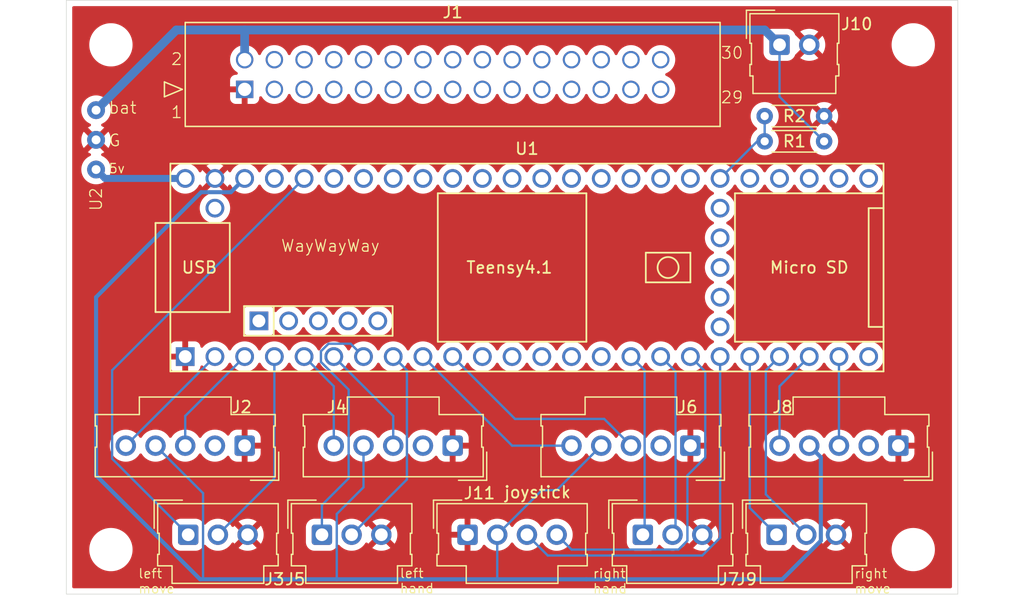
<source format=kicad_pcb>
(kicad_pcb (version 20240108) (generator "pcbnew") (generator_version "8.0")
  (layers (0 "F.Cu" signal) (31 "B.Cu" signal) (34 "B.Paste" user) (35 "F.Paste" user) (36 "B.SilkS" user "B.Silkscreen") (37 "F.SilkS" user "F.Silkscreen") (38 "B.Mask" user) (39 "F.Mask" user) (44 "Edge.Cuts" user))
  (net 0 "")
  (net 9 "Net-(J11-Pin_4)")
  (net 18 "Net-(J11-Pin_3)")
  (net 21 "Net-(U1-38_CS1_IN1)")
  (net 31 "Net-(U1-VIN)")
  (net 36 "3.3v_encoder")
  (net 66 "GND")
  (net 67 "Net-(J2-Pin_3)")
  (net 68 "Net-(J3-Pin_1)")
  (net 69 "Net-(J3-Pin_2)")
  (net 70 "Net-(J4-Pin_3)")
  (net 71 "Net-(J5-Pin_2)")
  (net 72 "Net-(J5-Pin_1)")
  (net 73 "Net-(J6-Pin_3)")
  (net 74 "Net-(J7-Pin_2)")
  (net 75 "Net-(J7-Pin_1)")
  (net 76 "Net-(J8-Pin_3)")
  (net 77 "Net-(J9-Pin_2)")
  (net 78 "Net-(J9-Pin_1)")
  (net 83 "Net-(J2-Pin_5)")
  (net 84 "Net-(J4-Pin_5)")
  (net 86 "Net-(J6-Pin_5)")
  (net 88 "Net-(J8-Pin_5)")
  (net 90 "vbat")
  (footprint "projlib:Molex_SL_171971-0003_1x03_P2.54mm_Vertical" (layer "F.Cu") (at 112.014 96.52)
    (property "Reference" "J3" (at 7.366 3.81 0) (layer "F.SilkS"))
    (property "Value" "molex3P")
    (fp_line (start -2.91 -2.96) (end -0.5 -2.96) (stroke (width 0.12)) (layer "F.SilkS"))
    (fp_line (start -2.91 -0.55) (end -2.91 -2.96) (stroke (width 0.12)) (layer "F.SilkS"))
    (fp_line (start -2.61 -2.66) (end -2.61 -0.13) (stroke (width 0.12)) (layer "F.SilkS"))
    (fp_line (start -2.61 -0.13) (end -2.48 -0.13) (stroke (width 0.12)) (layer "F.SilkS"))
    (fp_line (start -2.61 1.68) (end -2.61 2.66) (stroke (width 0.12)) (layer "F.SilkS"))
    (fp_line (start -2.61 2.66) (end -1.38 2.66) (stroke (width 0.12)) (layer "F.SilkS"))
    (fp_line (start -2.48 -0.13) (end -2.48 1.68) (stroke (width 0.12)) (layer "F.SilkS"))
    (fp_line (start -2.48 1.68) (end -2.61 1.68) (stroke (width 0.12)) (layer "F.SilkS"))
    (fp_line (start -1.38 2.66) (end -1.38 4.16) (stroke (width 0.12)) (layer "F.SilkS"))
    (fp_line (start -1.38 4.16) (end 6.46 4.16) (stroke (width 0.12)) (layer "F.SilkS"))
    (fp_line (start 6.46 2.66) (end 7.69 2.66) (stroke (width 0.12)) (layer "F.SilkS"))
    (fp_line (start 6.46 4.16) (end 6.46 2.66) (stroke (width 0.12)) (layer "F.SilkS"))
    (fp_line (start 7.56 -0.13) (end 7.69 -0.13) (stroke (width 0.12)) (layer "F.SilkS"))
    (fp_line (start 7.56 1.68) (end 7.56 -0.13) (stroke (width 0.12)) (layer "F.SilkS"))
    (fp_line (start 7.69 -2.66) (end -2.61 -2.66) (stroke (width 0.12)) (layer "F.SilkS"))
    (fp_line (start 7.69 -0.13) (end 7.69 -2.66) (stroke (width 0.12)) (layer "F.SilkS"))
    (fp_line (start 7.69 1.68) (end 7.56 1.68) (stroke (width 0.12)) (layer "F.SilkS"))
    (fp_line (start 7.69 2.66) (end 7.69 1.68) (stroke (width 0.12)) (layer "F.SilkS"))
    (pad "1" thru_hole roundrect (at 0 0) (size 1.74 1.74) (drill 1.09) (layers "*.Cu" "*.Mask") (roundrect_rratio 0.143678) (net 68 "Net-(J3-Pin_1)"))
    (pad "2" thru_hole circle (at 2.54 0) (size 1.74 1.74) (drill 1.09) (layers "*.Cu" "*.Mask") (net 69 "Net-(J3-Pin_2)"))
    (pad "3" thru_hole circle (at 5.08 0) (size 1.74 1.74) (drill 1.09) (layers "*.Cu" "*.Mask") (net 66 "GND"))
  )
  (footprint "projlib:pololu4085" (layer "F.Cu") (at 105.41 67.183 90)
    (property "Reference" "U2" (at -0.635 -1.27 90) (layer "F.SilkS") (effects (font (thickness 0.1))))
    (property "Value" "~")
    (fp_text user "bat" (at 6.604 -0.254 0) (layer "F.SilkS") (effects (font (thickness 0.1)) (justify left bottom)))
    (fp_text user "G" (at 3.81 -0.254 0) (layer "F.SilkS") (effects (font (thickness 0.1)) (justify left bottom)))
    (fp_text user "5v" (at 1.524 -0.254 0) (layer "F.SilkS") (effects (font (size 0.8 0.8) (thickness 0.1)) (justify left bottom)))
    (pad "1" thru_hole circle (at 1.905 -1.27 90) (size 1.524 1.524) (drill 0.762) (layers "*.Cu" "*.Mask") (net 31 "Net-(U1-VIN)"))
    (pad "2" thru_hole circle (at 4.445 -1.27 90) (size 1.524 1.524) (drill 0.762) (layers "*.Cu" "*.Mask") (net 66 "GND"))
    (pad "3" thru_hole circle (at 6.985 -1.27 90) (size 1.524 1.524) (drill 0.762) (layers "*.Cu" "*.Mask") (net 90 "vbat"))
  )
  (footprint "Resistor_THT:R_Axial_DIN0204_L3.6mm_D1.6mm_P5.08mm_Horizontal" (layer "F.Cu") (at 166.37 62.865 180)
    (property "Reference" "R1" (at 2.54 0 360) (layer "F.SilkS"))
    (property "Value" "R")
    (fp_line (start 0.62 0.92) (end 4.46 0.92) (stroke (width 0.12)) (layer "F.SilkS"))
    (fp_line (start 0.62 -0.92) (end 4.46 -0.92) (stroke (width 0.12)) (layer "F.SilkS"))
    (pad "1" thru_hole circle (at 0 0 180) (size 1.4 1.4) (drill 0.7) (layers "*.Cu" "*.Mask") (net 90 "vbat"))
    (pad "2" thru_hole oval (at 5.08 0 180) (size 1.4 1.4) (drill 0.7) (layers "*.Cu" "*.Mask") (net 21 "Net-(U1-38_CS1_IN1)"))
  )
  (footprint "projlib:Molex_SL_171971-0005_1x05_P2.54mm_Vertical" (layer "F.Cu") (at 116.84 88.9 180)
    (property "Reference" "J2" (at 0.254 3.302 0) (layer "F.SilkS"))
    (property "Value" "molex5P")
    (fp_line (start 12.77 2.66) (end 12.77 1.68) (stroke (width 0.12)) (layer "F.SilkS"))
    (fp_line (start 12.77 1.68) (end 12.64 1.68) (stroke (width 0.12)) (layer "F.SilkS"))
    (fp_line (start 12.77 -0.13) (end 12.77 -2.66) (stroke (width 0.12)) (layer "F.SilkS"))
    (fp_line (start 12.77 -2.66) (end -2.61 -2.66) (stroke (width 0.12)) (layer "F.SilkS"))
    (fp_line (start 12.64 1.68) (end 12.64 -0.13) (stroke (width 0.12)) (layer "F.SilkS"))
    (fp_line (start 12.64 -0.13) (end 12.77 -0.13) (stroke (width 0.12)) (layer "F.SilkS"))
    (fp_line (start 9 4.16) (end 9 2.66) (stroke (width 0.12)) (layer "F.SilkS"))
    (fp_line (start 9 2.66) (end 12.77 2.66) (stroke (width 0.12)) (layer "F.SilkS"))
    (fp_line (start 1.16 4.16) (end 9 4.16) (stroke (width 0.12)) (layer "F.SilkS"))
    (fp_line (start 1.16 2.66) (end 1.16 4.16) (stroke (width 0.12)) (layer "F.SilkS"))
    (fp_line (start -2.48 1.68) (end -2.61 1.68) (stroke (width 0.12)) (layer "F.SilkS"))
    (fp_line (start -2.48 -0.13) (end -2.48 1.68) (stroke (width 0.12)) (layer "F.SilkS"))
    (fp_line (start -2.61 2.66) (end 1.16 2.66) (stroke (width 0.12)) (layer "F.SilkS"))
    (fp_line (start -2.61 1.68) (end -2.61 2.66) (stroke (width 0.12)) (layer "F.SilkS"))
    (fp_line (start -2.61 -0.13) (end -2.48 -0.13) (stroke (width 0.12)) (layer "F.SilkS"))
    (fp_line (start -2.61 -2.66) (end -2.61 -0.13) (stroke (width 0.12)) (layer "F.SilkS"))
    (fp_line (start -2.91 -0.55) (end -2.91 -2.96) (stroke (width 0.12)) (layer "F.SilkS"))
    (fp_line (start -2.91 -2.96) (end -0.5 -2.96) (stroke (width 0.12)) (layer "F.SilkS"))
    (pad "1" thru_hole roundrect (at 0 0 180) (size 1.74 1.74) (drill 1.09) (layers "*.Cu" "*.Mask") (roundrect_rratio 0.143678) (net 66 "GND"))
    (pad "2" thru_hole circle (at 2.54 0 180) (size 1.74 1.74) (drill 1.09) (layers "*.Cu" "*.Mask"))
    (pad "3" thru_hole circle (at 5.08 0 180) (size 1.74 1.74) (drill 1.09) (layers "*.Cu" "*.Mask") (net 67 "Net-(J2-Pin_3)"))
    (pad "4" thru_hole circle (at 7.62 0 180) (size 1.74 1.74) (drill 1.09) (layers "*.Cu" "*.Mask") (net 36 "3.3v_encoder"))
    (pad "5" thru_hole circle (at 10.16 0 180) (size 1.74 1.74) (drill 1.09) (layers "*.Cu" "*.Mask") (net 83 "Net-(J2-Pin_5)"))
  )
  (footprint "projlib:Molex_SL_171971-0002_1x02_P2.54mm_Vertical" (layer "F.Cu") (at 162.56 54.61)
    (property "Reference" "J10" (at 6.604 -1.778 0) (layer "F.SilkS"))
    (property "Value" "molex_01x02")
    (fp_line (start -2.83 -2.96) (end -0.42 -2.96) (stroke (width 0.12)) (layer "F.SilkS"))
    (fp_line (start -2.83 -0.55) (end -2.83 -2.96) (stroke (width 0.12)) (layer "F.SilkS"))
    (fp_line (start -2.53 -2.66) (end -2.53 -0.13) (stroke (width 0.12)) (layer "F.SilkS"))
    (fp_line (start -2.53 -0.13) (end -2.4 -0.13) (stroke (width 0.12)) (layer "F.SilkS"))
    (fp_line (start -2.53 1.68) (end -2.53 2.66) (stroke (width 0.12)) (layer "F.SilkS"))
    (fp_line (start -2.53 2.66) (end -2.27 2.66) (stroke (width 0.12)) (layer "F.SilkS"))
    (fp_line (start -2.4 -0.13) (end -2.4 1.68) (stroke (width 0.12)) (layer "F.SilkS"))
    (fp_line (start -2.4 1.68) (end -2.53 1.68) (stroke (width 0.12)) (layer "F.SilkS"))
    (fp_line (start -2.27 2.66) (end -2.27 4.16) (stroke (width 0.12)) (layer "F.SilkS"))
    (fp_line (start -2.27 4.16) (end 4.81 4.16) (stroke (width 0.12)) (layer "F.SilkS"))
    (fp_line (start 4.81 2.66) (end 5.07 2.66) (stroke (width 0.12)) (layer "F.SilkS"))
    (fp_line (start 4.81 4.16) (end 4.81 2.66) (stroke (width 0.12)) (layer "F.SilkS"))
    (fp_line (start 4.94 -0.13) (end 5.07 -0.13) (stroke (width 0.12)) (layer "F.SilkS"))
    (fp_line (start 4.94 1.68) (end 4.94 -0.13) (stroke (width 0.12)) (layer "F.SilkS"))
    (fp_line (start 5.07 -2.66) (end -2.53 -2.66) (stroke (width 0.12)) (layer "F.SilkS"))
    (fp_line (start 5.07 -0.13) (end 5.07 -2.66) (stroke (width 0.12)) (layer "F.SilkS"))
    (fp_line (start 5.07 1.68) (end 4.94 1.68) (stroke (width 0.12)) (layer "F.SilkS"))
    (fp_line (start 5.07 2.66) (end 5.07 1.68) (stroke (width 0.12)) (layer "F.SilkS"))
    (pad "1" thru_hole roundrect (at 0 0) (size 1.74 1.74) (drill 1.09) (layers "*.Cu" "*.Mask") (roundrect_rratio 0.143678) (net 90 "vbat"))
    (pad "2" thru_hole circle (at 2.54 0) (size 1.74 1.74) (drill 1.09) (layers "*.Cu" "*.Mask") (net 66 "GND"))
  )
  (footprint "projlib:Molex_SL_171971-0004_1x04_P2.54mm_Vertical" (layer "F.Cu") (at 135.89 96.52)
    (property "Reference" "J11" (at 1.016 -3.556 0) (layer "F.SilkS"))
    (property "Value" "Conn_01x04")
    (fp_line (start -2.91 -2.96) (end -0.5 -2.96) (stroke (width 0.12)) (layer "F.SilkS"))
    (fp_line (start -2.91 -0.55) (end -2.91 -2.96) (stroke (width 0.12)) (layer "F.SilkS"))
    (fp_line (start -2.61 -2.66) (end -2.61 -0.13) (stroke (width 0.12)) (layer "F.SilkS"))
    (fp_line (start -2.61 -0.13) (end -2.48 -0.13) (stroke (width 0.12)) (layer "F.SilkS"))
    (fp_line (start -2.61 1.68) (end -2.61 2.66) (stroke (width 0.12)) (layer "F.SilkS"))
    (fp_line (start -2.61 2.66) (end -0.11 2.66) (stroke (width 0.12)) (layer "F.SilkS"))
    (fp_line (start -2.48 -0.13) (end -2.48 1.68) (stroke (width 0.12)) (layer "F.SilkS"))
    (fp_line (start -2.48 1.68) (end -2.61 1.68) (stroke (width 0.12)) (layer "F.SilkS"))
    (fp_line (start -0.11 2.66) (end -0.11 4.16) (stroke (width 0.12)) (layer "F.SilkS"))
    (fp_line (start -0.11 4.16) (end 7.73 4.16) (stroke (width 0.12)) (layer "F.SilkS"))
    (fp_line (start 7.73 2.66) (end 10.23 2.66) (stroke (width 0.12)) (layer "F.SilkS"))
    (fp_line (start 7.73 4.16) (end 7.73 2.66) (stroke (width 0.12)) (layer "F.SilkS"))
    (fp_line (start 10.1 -0.13) (end 10.23 -0.13) (stroke (width 0.12)) (layer "F.SilkS"))
    (fp_line (start 10.1 1.68) (end 10.1 -0.13) (stroke (width 0.12)) (layer "F.SilkS"))
    (fp_line (start 10.23 -2.66) (end -2.61 -2.66) (stroke (width 0.12)) (layer "F.SilkS"))
    (fp_line (start 10.23 -0.13) (end 10.23 -2.66) (stroke (width 0.12)) (layer "F.SilkS"))
    (fp_line (start 10.23 1.68) (end 10.1 1.68) (stroke (width 0.12)) (layer "F.SilkS"))
    (fp_line (start 10.23 2.66) (end 10.23 1.68) (stroke (width 0.12)) (layer "F.SilkS"))
    (pad "1" thru_hole roundrect (at 0 0) (size 1.74 1.74) (drill 1.09) (layers "*.Cu" "*.Mask") (roundrect_rratio 0.143678) (net 66 "GND"))
    (pad "2" thru_hole circle (at 2.54 0) (size 1.74 1.74) (drill 1.09) (layers "*.Cu" "*.Mask") (net 36 "3.3v_encoder"))
    (pad "3" thru_hole circle (at 5.08 0) (size 1.74 1.74) (drill 1.09) (layers "*.Cu" "*.Mask") (net 18 "Net-(J11-Pin_3)"))
    (pad "4" thru_hole circle (at 7.62 0) (size 1.74 1.74) (drill 1.09) (layers "*.Cu" "*.Mask") (net 9 "Net-(J11-Pin_4)"))
  )
  (footprint "projlib:Molex_SL_171971-0003_1x03_P2.54mm_Vertical" (layer "F.Cu") (at 162.306 96.52)
    (property "Reference" "J9" (at -2.54 3.81 0) (layer "F.SilkS"))
    (property "Value" "molex3P")
    (fp_line (start -2.91 -2.96) (end -0.5 -2.96) (stroke (width 0.12)) (layer "F.SilkS"))
    (fp_line (start -2.91 -0.55) (end -2.91 -2.96) (stroke (width 0.12)) (layer "F.SilkS"))
    (fp_line (start -2.61 -2.66) (end -2.61 -0.13) (stroke (width 0.12)) (layer "F.SilkS"))
    (fp_line (start -2.61 -0.13) (end -2.48 -0.13) (stroke (width 0.12)) (layer "F.SilkS"))
    (fp_line (start -2.61 1.68) (end -2.61 2.66) (stroke (width 0.12)) (layer "F.SilkS"))
    (fp_line (start -2.61 2.66) (end -1.38 2.66) (stroke (width 0.12)) (layer "F.SilkS"))
    (fp_line (start -2.48 -0.13) (end -2.48 1.68) (stroke (width 0.12)) (layer "F.SilkS"))
    (fp_line (start -2.48 1.68) (end -2.61 1.68) (stroke (width 0.12)) (layer "F.SilkS"))
    (fp_line (start -1.38 2.66) (end -1.38 4.16) (stroke (width 0.12)) (layer "F.SilkS"))
    (fp_line (start -1.38 4.16) (end 6.46 4.16) (stroke (width 0.12)) (layer "F.SilkS"))
    (fp_line (start 6.46 2.66) (end 7.69 2.66) (stroke (width 0.12)) (layer "F.SilkS"))
    (fp_line (start 6.46 4.16) (end 6.46 2.66) (stroke (width 0.12)) (layer "F.SilkS"))
    (fp_line (start 7.56 -0.13) (end 7.69 -0.13) (stroke (width 0.12)) (layer "F.SilkS"))
    (fp_line (start 7.56 1.68) (end 7.56 -0.13) (stroke (width 0.12)) (layer "F.SilkS"))
    (fp_line (start 7.69 -2.66) (end -2.61 -2.66) (stroke (width 0.12)) (layer "F.SilkS"))
    (fp_line (start 7.69 -0.13) (end 7.69 -2.66) (stroke (width 0.12)) (layer "F.SilkS"))
    (fp_line (start 7.69 1.68) (end 7.56 1.68) (stroke (width 0.12)) (layer "F.SilkS"))
    (fp_line (start 7.69 2.66) (end 7.69 1.68) (stroke (width 0.12)) (layer "F.SilkS"))
    (pad "1" thru_hole roundrect (at 0 0) (size 1.74 1.74) (drill 1.09) (layers "*.Cu" "*.Mask") (roundrect_rratio 0.143678) (net 78 "Net-(J9-Pin_1)"))
    (pad "2" thru_hole circle (at 2.54 0) (size 1.74 1.74) (drill 1.09) (layers "*.Cu" "*.Mask") (net 77 "Net-(J9-Pin_2)"))
    (pad "3" thru_hole circle (at 5.08 0) (size 1.74 1.74) (drill 1.09) (layers "*.Cu" "*.Mask") (net 66 "GND"))
  )
  (footprint "MountingHole:MountingHole_3.2mm_M3" (layer "F.Cu") (at 173.99 54.61)
    (property "Reference" "REF**" (hide yes))
    (property "Value" "MountingHole_3.2mm_M3")
    (pad "" np_thru_hole circle (at 0 0) (size 3.2 3.2) (drill 3.2) (layers "F&B.Cu" "*.Mask"))
  )
  (footprint "projlib:Molex_SL_171971-0003_1x03_P2.54mm_Vertical" (layer "F.Cu") (at 150.876 96.52)
    (property "Reference" "J7" (at 7.366 3.81 0) (layer "F.SilkS"))
    (property "Value" "molex3P")
    (fp_line (start -2.91 -2.96) (end -0.5 -2.96) (stroke (width 0.12)) (layer "F.SilkS"))
    (fp_line (start -2.91 -0.55) (end -2.91 -2.96) (stroke (width 0.12)) (layer "F.SilkS"))
    (fp_line (start -2.61 -2.66) (end -2.61 -0.13) (stroke (width 0.12)) (layer "F.SilkS"))
    (fp_line (start -2.61 -0.13) (end -2.48 -0.13) (stroke (width 0.12)) (layer "F.SilkS"))
    (fp_line (start -2.61 1.68) (end -2.61 2.66) (stroke (width 0.12)) (layer "F.SilkS"))
    (fp_line (start -2.61 2.66) (end -1.38 2.66) (stroke (width 0.12)) (layer "F.SilkS"))
    (fp_line (start -2.48 -0.13) (end -2.48 1.68) (stroke (width 0.12)) (layer "F.SilkS"))
    (fp_line (start -2.48 1.68) (end -2.61 1.68) (stroke (width 0.12)) (layer "F.SilkS"))
    (fp_line (start -1.38 2.66) (end -1.38 4.16) (stroke (width 0.12)) (layer "F.SilkS"))
    (fp_line (start -1.38 4.16) (end 6.46 4.16) (stroke (width 0.12)) (layer "F.SilkS"))
    (fp_line (start 6.46 2.66) (end 7.69 2.66) (stroke (width 0.12)) (layer "F.SilkS"))
    (fp_line (start 6.46 4.16) (end 6.46 2.66) (stroke (width 0.12)) (layer "F.SilkS"))
    (fp_line (start 7.56 -0.13) (end 7.69 -0.13) (stroke (width 0.12)) (layer "F.SilkS"))
    (fp_line (start 7.56 1.68) (end 7.56 -0.13) (stroke (width 0.12)) (layer "F.SilkS"))
    (fp_line (start 7.69 -2.66) (end -2.61 -2.66) (stroke (width 0.12)) (layer "F.SilkS"))
    (fp_line (start 7.69 -0.13) (end 7.69 -2.66) (stroke (width 0.12)) (layer "F.SilkS"))
    (fp_line (start 7.69 1.68) (end 7.56 1.68) (stroke (width 0.12)) (layer "F.SilkS"))
    (fp_line (start 7.69 2.66) (end 7.69 1.68) (stroke (width 0.12)) (layer "F.SilkS"))
    (pad "1" thru_hole roundrect (at 0 0) (size 1.74 1.74) (drill 1.09) (layers "*.Cu" "*.Mask") (roundrect_rratio 0.143678) (net 75 "Net-(J7-Pin_1)"))
    (pad "2" thru_hole circle (at 2.54 0) (size 1.74 1.74) (drill 1.09) (layers "*.Cu" "*.Mask") (net 74 "Net-(J7-Pin_2)"))
    (pad "3" thru_hole circle (at 5.08 0) (size 1.74 1.74) (drill 1.09) (layers "*.Cu" "*.Mask") (net 66 "GND"))
  )
  (footprint "MountingHole:MountingHole_3.2mm_M3" (layer "F.Cu") (at 105.41 54.61)
    (property "Reference" "REF**" (hide yes))
    (property "Value" "MountingHole_3.2mm_M3")
    (pad "" np_thru_hole circle (at 0 0) (size 3.2 3.2) (drill 3.2) (layers "*.Cu" "*.Mask"))
  )
  (footprint "Resistor_THT:R_Axial_DIN0204_L3.6mm_D1.6mm_P5.08mm_Horizontal" (layer "F.Cu") (at 166.37 60.706 180)
    (property "Reference" "R2" (at 2.54 0 360) (layer "F.SilkS"))
    (property "Value" "R")
    (fp_line (start 0.62 0.92) (end 4.46 0.92) (stroke (width 0.12)) (layer "F.SilkS"))
    (fp_line (start 0.62 -0.92) (end 4.46 -0.92) (stroke (width 0.12)) (layer "F.SilkS"))
    (pad "1" thru_hole circle (at 0 0 180) (size 1.4 1.4) (drill 0.7) (layers "*.Cu" "*.Mask") (net 66 "GND"))
    (pad "2" thru_hole oval (at 5.08 0 180) (size 1.4 1.4) (drill 0.7) (layers "*.Cu" "*.Mask") (net 21 "Net-(U1-38_CS1_IN1)"))
  )
  (footprint "projlib:Molex_SL_171971-0005_1x05_P2.54mm_Vertical" (layer "F.Cu") (at 172.72 88.9 180)
    (property "Reference" "J8" (at 9.906 3.302 0) (layer "F.SilkS"))
    (property "Value" "molex5P")
    (fp_line (start 12.77 2.66) (end 12.77 1.68) (stroke (width 0.12)) (layer "F.SilkS"))
    (fp_line (start 12.77 1.68) (end 12.64 1.68) (stroke (width 0.12)) (layer "F.SilkS"))
    (fp_line (start 12.77 -0.13) (end 12.77 -2.66) (stroke (width 0.12)) (layer "F.SilkS"))
    (fp_line (start 12.77 -2.66) (end -2.61 -2.66) (stroke (width 0.12)) (layer "F.SilkS"))
    (fp_line (start 12.64 1.68) (end 12.64 -0.13) (stroke (width 0.12)) (layer "F.SilkS"))
    (fp_line (start 12.64 -0.13) (end 12.77 -0.13) (stroke (width 0.12)) (layer "F.SilkS"))
    (fp_line (start 9 4.16) (end 9 2.66) (stroke (width 0.12)) (layer "F.SilkS"))
    (fp_line (start 9 2.66) (end 12.77 2.66) (stroke (width 0.12)) (layer "F.SilkS"))
    (fp_line (start 1.16 4.16) (end 9 4.16) (stroke (width 0.12)) (layer "F.SilkS"))
    (fp_line (start 1.16 2.66) (end 1.16 4.16) (stroke (width 0.12)) (layer "F.SilkS"))
    (fp_line (start -2.48 1.68) (end -2.61 1.68) (stroke (width 0.12)) (layer "F.SilkS"))
    (fp_line (start -2.48 -0.13) (end -2.48 1.68) (stroke (width 0.12)) (layer "F.SilkS"))
    (fp_line (start -2.61 2.66) (end 1.16 2.66) (stroke (width 0.12)) (layer "F.SilkS"))
    (fp_line (start -2.61 1.68) (end -2.61 2.66) (stroke (width 0.12)) (layer "F.SilkS"))
    (fp_line (start -2.61 -0.13) (end -2.48 -0.13) (stroke (width 0.12)) (layer "F.SilkS"))
    (fp_line (start -2.61 -2.66) (end -2.61 -0.13) (stroke (width 0.12)) (layer "F.SilkS"))
    (fp_line (start -2.91 -0.55) (end -2.91 -2.96) (stroke (width 0.12)) (layer "F.SilkS"))
    (fp_line (start -2.91 -2.96) (end -0.5 -2.96) (stroke (width 0.12)) (layer "F.SilkS"))
    (pad "1" thru_hole roundrect (at 0 0 180) (size 1.74 1.74) (drill 1.09) (layers "*.Cu" "*.Mask") (roundrect_rratio 0.143678) (net 66 "GND"))
    (pad "2" thru_hole circle (at 2.54 0 180) (size 1.74 1.74) (drill 1.09) (layers "*.Cu" "*.Mask"))
    (pad "3" thru_hole circle (at 5.08 0 180) (size 1.74 1.74) (drill 1.09) (layers "*.Cu" "*.Mask") (net 76 "Net-(J8-Pin_3)"))
    (pad "4" thru_hole circle (at 7.62 0 180) (size 1.74 1.74) (drill 1.09) (layers "*.Cu" "*.Mask") (net 36 "3.3v_encoder"))
    (pad "5" thru_hole circle (at 10.16 0 180) (size 1.74 1.74) (drill 1.09) (layers "*.Cu" "*.Mask") (net 88 "Net-(J8-Pin_5)"))
  )
  (footprint "projlib:Molex_SL_171971-0005_1x05_P2.54mm_Vertical" (layer "F.Cu") (at 134.62 88.9 180)
    (property "Reference" "J4" (at 9.906 3.302 0) (layer "F.SilkS"))
    (property "Value" "molex5P")
    (fp_line (start 12.77 2.66) (end 12.77 1.68) (stroke (width 0.12)) (layer "F.SilkS"))
    (fp_line (start 12.77 1.68) (end 12.64 1.68) (stroke (width 0.12)) (layer "F.SilkS"))
    (fp_line (start 12.77 -0.13) (end 12.77 -2.66) (stroke (width 0.12)) (layer "F.SilkS"))
    (fp_line (start 12.77 -2.66) (end -2.61 -2.66) (stroke (width 0.12)) (layer "F.SilkS"))
    (fp_line (start 12.64 1.68) (end 12.64 -0.13) (stroke (width 0.12)) (layer "F.SilkS"))
    (fp_line (start 12.64 -0.13) (end 12.77 -0.13) (stroke (width 0.12)) (layer "F.SilkS"))
    (fp_line (start 9 4.16) (end 9 2.66) (stroke (width 0.12)) (layer "F.SilkS"))
    (fp_line (start 9 2.66) (end 12.77 2.66) (stroke (width 0.12)) (layer "F.SilkS"))
    (fp_line (start 1.16 4.16) (end 9 4.16) (stroke (width 0.12)) (layer "F.SilkS"))
    (fp_line (start 1.16 2.66) (end 1.16 4.16) (stroke (width 0.12)) (layer "F.SilkS"))
    (fp_line (start -2.48 1.68) (end -2.61 1.68) (stroke (width 0.12)) (layer "F.SilkS"))
    (fp_line (start -2.48 -0.13) (end -2.48 1.68) (stroke (width 0.12)) (layer "F.SilkS"))
    (fp_line (start -2.61 2.66) (end 1.16 2.66) (stroke (width 0.12)) (layer "F.SilkS"))
    (fp_line (start -2.61 1.68) (end -2.61 2.66) (stroke (width 0.12)) (layer "F.SilkS"))
    (fp_line (start -2.61 -0.13) (end -2.48 -0.13) (stroke (width 0.12)) (layer "F.SilkS"))
    (fp_line (start -2.61 -2.66) (end -2.61 -0.13) (stroke (width 0.12)) (layer "F.SilkS"))
    (fp_line (start -2.91 -0.55) (end -2.91 -2.96) (stroke (width 0.12)) (layer "F.SilkS"))
    (fp_line (start -2.91 -2.96) (end -0.5 -2.96) (stroke (width 0.12)) (layer "F.SilkS"))
    (pad "1" thru_hole roundrect (at 0 0 180) (size 1.74 1.74) (drill 1.09) (layers "*.Cu" "*.Mask") (roundrect_rratio 0.143678) (net 66 "GND"))
    (pad "2" thru_hole circle (at 2.54 0 180) (size 1.74 1.74) (drill 1.09) (layers "*.Cu" "*.Mask"))
    (pad "3" thru_hole circle (at 5.08 0 180) (size 1.74 1.74) (drill 1.09) (layers "*.Cu" "*.Mask") (net 70 "Net-(J4-Pin_3)"))
    (pad "4" thru_hole circle (at 7.62 0 180) (size 1.74 1.74) (drill 1.09) (layers "*.Cu" "*.Mask") (net 36 "3.3v_encoder"))
    (pad "5" thru_hole circle (at 10.16 0 180) (size 1.74 1.74) (drill 1.09) (layers "*.Cu" "*.Mask") (net 84 "Net-(J4-Pin_5)"))
  )
  (footprint "projlib:CON_702463001_MOL_molex2x15" (layer "F.Cu") (at 116.84 58.42)
    (property "Reference" "J1" (at 17.78 -6.604 0) (layer "F.SilkS"))
    (property "Value" "Molex2x15" (hide yes))
    (fp_line (start -6.857949 -0.635) (end -6.857949 0.635) (stroke (width 0.127)) (layer "F.SilkS"))
    (fp_line (start -6.857949 0.635) (end -5.333949 0) (stroke (width 0.127)) (layer "F.SilkS"))
    (fp_line (start -5.333949 0) (end -6.857949 -0.635) (stroke (width 0.127)) (layer "F.SilkS"))
    (fp_line (start -5.079949 -5.720001) (end -5.079949 3.169999) (stroke (width 0.127)) (layer "F.SilkS"))
    (fp_line (start -5.079949 3.169999) (end 40.63995 3.169999) (stroke (width 0.127)) (layer "F.SilkS"))
    (fp_line (start 40.63995 -5.720001) (end -5.079949 -5.720001) (stroke (width 0.127)) (layer "F.SilkS"))
    (fp_line (start 40.63995 3.169999) (end 40.63995 -5.720001) (stroke (width 0.127)) (layer "F.SilkS"))
    (fp_text user "1" (at -6.35 2.54 0) (layer "F.SilkS") (effects (font (thickness 0.1)) (justify left bottom)))
    (fp_text user "2" (at -6.35 -2 0) (layer "F.SilkS") (effects (font (thickness 0.1)) (justify left bottom)))
    (fp_text user "30" (at 40.64 -2.54 0) (layer "F.SilkS") (effects (font (thickness 0.1)) (justify left bottom)))
    (fp_text user "29" (at 40.64 1.27 0) (layer "F.SilkS") (effects (font (thickness 0.1)) (justify left bottom)))
    (pad "1" thru_hole rect (at 0 0) (size 1.49 1.49) (drill 1.14) (layers "*.Cu" "*.Mask") (net 66 "GND"))
    (pad "2" thru_hole circle (at 0 -2.54) (size 1.49 1.49) (drill 1.14) (layers "*.Cu" "*.Mask") (net 90 "vbat"))
    (pad "3" thru_hole circle (at 2.54 0 90) (size 1.49 1.49) (drill 1.14) (layers "*.Cu" "*.Mask"))
    (pad "4" thru_hole circle (at 2.54 -2.54 90) (size 1.49 1.49) (drill 1.14) (layers "*.Cu" "*.Mask"))
    (pad "5" thru_hole circle (at 5.08 0 90) (size 1.49 1.49) (drill 1.14) (layers "*.Cu" "*.Mask"))
    (pad "6" thru_hole circle (at 5.08 -2.54 90) (size 1.49 1.49) (drill 1.14) (layers "*.Cu" "*.Mask"))
    (pad "7" thru_hole circle (at 7.62 0 90) (size 1.49 1.49) (drill 1.14) (layers "*.Cu" "*.Mask"))
    (pad "8" thru_hole circle (at 7.62 -2.54 90) (size 1.49 1.49) (drill 1.14) (layers "*.Cu" "*.Mask"))
    (pad "9" thru_hole circle (at 10.16 0 90) (size 1.49 1.49) (drill 1.14) (layers "*.Cu" "*.Mask"))
    (pad "10" thru_hole circle (at 10.16 -2.54 90) (size 1.49 1.49) (drill 1.14) (layers "*.Cu" "*.Mask"))
    (pad "11" thru_hole circle (at 12.7 0 90) (size 1.49 1.49) (drill 1.14) (layers "*.Cu" "*.Mask"))
    (pad "12" thru_hole circle (at 12.7 -2.54 90) (size 1.49 1.49) (drill 1.14) (layers "*.Cu" "*.Mask"))
    (pad "13" thru_hole circle (at 15.24 0 90) (size 1.49 1.49) (drill 1.14) (layers "*.Cu" "*.Mask"))
    (pad "14" thru_hole circle (at 15.24 -2.54 90) (size 1.49 1.49) (drill 1.14) (layers "*.Cu" "*.Mask"))
    (pad "15" thru_hole circle (at 17.78 0 90) (size 1.49 1.49) (drill 1.14) (layers "*.Cu" "*.Mask"))
    (pad "16" thru_hole circle (at 17.78 -2.54 90) (size 1.49 1.49) (drill 1.14) (layers "*.Cu" "*.Mask"))
    (pad "17" thru_hole circle (at 20.32 0 90) (size 1.49 1.49) (drill 1.14) (layers "*.Cu" "*.Mask"))
    (pad "18" thru_hole circle (at 20.32 -2.54 90) (size 1.49 1.49) (drill 1.14) (layers "*.Cu" "*.Mask"))
    (pad "19" thru_hole circle (at 22.86 0 90) (size 1.49 1.49) (drill 1.14) (layers "*.Cu" "*.Mask"))
    (pad "20" thru_hole circle (at 22.86 -2.54 90) (size 1.49 1.49) (drill 1.14) (layers "*.Cu" "*.Mask"))
    (pad "21" thru_hole circle (at 25.4 0 90) (size 1.49 1.49) (drill 1.14) (layers "*.Cu" "*.Mask"))
    (pad "22" thru_hole circle (at 25.4 -2.54 90) (size 1.49 1.49) (drill 1.14) (layers "*.Cu" "*.Mask"))
    (pad "23" thru_hole circle (at 27.94 0 90) (size 1.49 1.49) (drill 1.14) (layers "*.Cu" "*.Mask"))
    (pad "24" thru_hole circle (at 27.94 -2.54 90) (size 1.49 1.49) (drill 1.14) (layers "*.Cu" "*.Mask"))
    (pad "25" thru_hole circle (at 30.48 0 90) (size 1.49 1.49) (drill 1.14) (layers "*.Cu" "*.Mask"))
    (pad "26" thru_hole circle (at 30.48 -2.54 90) (size 1.49 1.49) (drill 1.14) (layers "*.Cu" "*.Mask"))
    (pad "27" thru_hole circle (at 33.02 0 90) (size 1.49 1.49) (drill 1.14) (layers "*.Cu" "*.Mask"))
    (pad "28" thru_hole circle (at 33.02 -2.54 90) (size 1.49 1.49) (drill 1.14) (layers "*.Cu" "*.Mask"))
    (pad "29" thru_hole circle (at 35.56 0 90) (size 1.49 1.49) (drill 1.14) (layers "*.Cu" "*.Mask"))
    (pad "30" thru_hole circle (at 35.56 -2.54 90) (size 1.49 1.49) (drill 1.14) (layers "*.Cu" "*.Mask"))
  )
  (footprint "MountingHole:MountingHole_3.2mm_M3" (layer "F.Cu") (at 173.99 97.79)
    (property "Reference" "REF**" (hide yes))
    (property "Value" "MountingHole_3.2mm_M3")
    (pad "" np_thru_hole circle (at 0 0) (size 3.2 3.2) (drill 3.2) (layers "F&B.Cu" "*.Mask"))
  )
  (footprint "projlib:Teensy41" (layer "F.Cu") (at 140.97 73.66)
    (property "Reference" "U1" (at 0 -10.16 0) (layer "F.SilkS"))
    (property "Value" "Teensy4.1" (at -1.5 0 0) (layer "F.SilkS"))
    (fp_line (start -31.75 -3.81) (end -30.48 -3.81) (stroke (width 0.15)) (layer "F.SilkS"))
    (fp_line (start -31.75 3.81) (end -31.75 -3.81) (stroke (width 0.15)) (layer "F.SilkS"))
    (fp_line (start -30.48 -8.89) (end 30.48 -8.89) (stroke (width 0.15)) (layer "F.SilkS"))
    (fp_line (start -30.48 3.81) (end -31.75 3.81) (stroke (width 0.15)) (layer "F.SilkS"))
    (fp_line (start -30.48 8.89) (end -30.48 -8.89) (stroke (width 0.15)) (layer "F.SilkS"))
    (fp_line (start -25.4 -3.81) (end -30.48 -3.81) (stroke (width 0.15)) (layer "F.SilkS"))
    (fp_line (start -25.4 3.81) (end -30.48 3.81) (stroke (width 0.15)) (layer "F.SilkS"))
    (fp_line (start -25.4 3.81) (end -25.4 -3.81) (stroke (width 0.15)) (layer "F.SilkS"))
    (fp_line (start -24.1808 3.2992) (end -21.6408 3.2992) (stroke (width 0.15)) (layer "F.SilkS"))
    (fp_line (start -24.1808 3.2992) (end -11.4808 3.2992) (stroke (width 0.15)) (layer "F.SilkS"))
    (fp_line (start -24.1808 5.8392) (end -24.1808 3.2992) (stroke (width 0.15)) (layer "F.SilkS"))
    (fp_line (start -21.6408 3.2992) (end -21.6408 5.8392) (stroke (width 0.15)) (layer "F.SilkS"))
    (fp_line (start -11.4808 3.2992) (end -11.4808 5.8392) (stroke (width 0.15)) (layer "F.SilkS"))
    (fp_line (start -11.4808 5.8392) (end -24.1808 5.8392) (stroke (width 0.15)) (layer "F.SilkS"))
    (fp_line (start -7.62 -6.35) (end -7.62 6.35) (stroke (width 0.15)) (layer "F.SilkS"))
    (fp_line (start -7.62 6.35) (end 5.08 6.35) (stroke (width 0.15)) (layer "F.SilkS"))
    (fp_line (start 5.08 -6.35) (end -7.62 -6.35) (stroke (width 0.15)) (layer "F.SilkS"))
    (fp_line (start 5.08 6.35) (end 5.08 -6.35) (stroke (width 0.15)) (layer "F.SilkS"))
    (fp_line (start 10.16 -1.27) (end 13.97 -1.27) (stroke (width 0.15)) (layer "F.SilkS"))
    (fp_line (start 10.16 1.27) (end 10.16 -1.27) (stroke (width 0.15)) (layer "F.SilkS"))
    (fp_line (start 13.97 -1.27) (end 13.97 1.27) (stroke (width 0.15)) (layer "F.SilkS"))
    (fp_line (start 13.97 1.27) (end 10.16 1.27) (stroke (width 0.15)) (layer "F.SilkS"))
    (fp_line (start 17.78 -6.35) (end 17.78 6.35) (stroke (width 0.15)) (layer "F.SilkS"))
    (fp_line (start 17.78 6.35) (end 30.48 6.35) (stroke (width 0.15)) (layer "F.SilkS"))
    (fp_line (start 29.21 -5.08) (end 29.21 5.08) (stroke (width 0.15)) (layer "F.SilkS"))
    (fp_line (start 29.21 5.08) (end 30.48 5.08) (stroke (width 0.15)) (layer "F.SilkS"))
    (fp_line (start 30.48 -8.89) (end 30.48 8.89) (stroke (width 0.15)) (layer "F.SilkS"))
    (fp_line (start 30.48 -6.35) (end 17.78 -6.35) (stroke (width 0.15)) (layer "F.SilkS"))
    (fp_line (start 30.48 -5.08) (end 29.21 -5.08) (stroke (width 0.15)) (layer "F.SilkS"))
    (fp_line (start 30.48 8.89) (end -30.48 8.89) (stroke (width 0.15)) (layer "F.SilkS"))
    (fp_circle (center 12.065 0) (end 12.7 -0.635) (stroke (width 0.15)) (fill none) (layer "F.SilkS"))
    (fp_text user "Micro SD" (at 24.13 0 0) (layer "F.SilkS"))
    (fp_text user "USB" (at -28 0 0) (layer "F.SilkS"))
    (pad "1" thru_hole rect (at -29.21 7.62) (size 1.6 1.6) (drill 1.1) (layers "*.Cu" "*.Mask") (net 66 "GND"))
    (pad "2" thru_hole circle (at -26.67 7.62) (size 1.6 1.6) (drill 1.1) (layers "*.Cu" "*.Mask") (net 83 "Net-(J2-Pin_5)"))
    (pad "3" thru_hole circle (at -24.13 7.62) (size 1.6 1.6) (drill 1.1) (layers "*.Cu" "*.Mask") (net 67 "Net-(J2-Pin_3)"))
    (pad "4" thru_hole circle (at -21.59 7.62) (size 1.6 1.6) (drill 1.1) (layers "*.Cu" "*.Mask") (net 69 "Net-(J3-Pin_2)"))
    (pad "5" thru_hole circle (at -19.05 7.62) (size 1.6 1.6) (drill 1.1) (layers "*.Cu" "*.Mask") (net 84 "Net-(J4-Pin_5)"))
    (pad "6" thru_hole circle (at -16.51 7.62) (size 1.6 1.6) (drill 1.1) (layers "*.Cu" "*.Mask") (net 70 "Net-(J4-Pin_3)"))
    (pad "7" thru_hole circle (at -13.97 7.62) (size 1.6 1.6) (drill 1.1) (layers "*.Cu" "*.Mask") (net 72 "Net-(J5-Pin_1)"))
    (pad "8" thru_hole circle (at -11.43 7.62) (size 1.6 1.6) (drill 1.1) (layers "*.Cu" "*.Mask") (net 71 "Net-(J5-Pin_2)"))
    (pad "9" thru_hole circle (at -8.89 7.62) (size 1.6 1.6) (drill 1.1) (layers "*.Cu" "*.Mask") (net 86 "Net-(J6-Pin_5)"))
    (pad "10" thru_hole circle (at -6.35 7.62) (size 1.6 1.6) (drill 1.1) (layers "*.Cu" "*.Mask") (net 73 "Net-(J6-Pin_3)"))
    (pad "11" thru_hole circle (at -3.81 7.62) (size 1.6 1.6) (drill 1.1) (layers "*.Cu" "*.Mask"))
    (pad "12" thru_hole circle (at -1.27 7.62) (size 1.6 1.6) (drill 1.1) (layers "*.Cu" "*.Mask"))
    (pad "13" thru_hole circle (at 1.27 7.62) (size 1.6 1.6) (drill 1.1) (layers "*.Cu" "*.Mask"))
    (pad "14" thru_hole circle (at 3.81 7.62) (size 1.6 1.6) (drill 1.1) (layers "*.Cu" "*.Mask"))
    (pad "15" thru_hole circle (at 6.35 7.62) (size 1.6 1.6) (drill 1.1) (layers "*.Cu" "*.Mask"))
    (pad "16" thru_hole circle (at 8.89 7.62) (size 1.6 1.6) (drill 1.1) (layers "*.Cu" "*.Mask") (net 75 "Net-(J7-Pin_1)"))
    (pad "17" thru_hole circle (at 11.43 7.62) (size 1.6 1.6) (drill 1.1) (layers "*.Cu" "*.Mask") (net 74 "Net-(J7-Pin_2)"))
    (pad "18" thru_hole circle (at 13.97 7.62) (size 1.6 1.6) (drill 1.1) (layers "*.Cu" "*.Mask") (net 9 "Net-(J11-Pin_4)"))
    (pad "19" thru_hole circle (at 16.51 7.62) (size 1.6 1.6) (drill 1.1) (layers "*.Cu" "*.Mask") (net 18 "Net-(J11-Pin_3)"))
    (pad "20" thru_hole circle (at 19.05 7.62) (size 1.6 1.6) (drill 1.1) (layers "*.Cu" "*.Mask") (net 78 "Net-(J9-Pin_1)"))
    (pad "21" thru_hole circle (at 21.59 7.62) (size 1.6 1.6) (drill 1.1) (layers "*.Cu" "*.Mask") (net 77 "Net-(J9-Pin_2)"))
    (pad "22" thru_hole circle (at 24.13 7.62) (size 1.6 1.6) (drill 1.1) (layers "*.Cu" "*.Mask") (net 88 "Net-(J8-Pin_5)"))
    (pad "23" thru_hole circle (at 26.67 7.62) (size 1.6 1.6) (drill 1.1) (layers "*.Cu" "*.Mask") (net 76 "Net-(J8-Pin_3)"))
    (pad "24" thru_hole circle (at 29.21 7.62) (size 1.6 1.6) (drill 1.1) (layers "*.Cu" "*.Mask"))
    (pad "25" thru_hole circle (at 29.21 -7.62) (size 1.6 1.6) (drill 1.1) (layers "*.Cu" "*.Mask"))
    (pad "26" thru_hole circle (at 26.67 -7.62) (size 1.6 1.6) (drill 1.1) (layers "*.Cu" "*.Mask"))
    (pad "27" thru_hole circle (at 24.13 -7.62) (size 1.6 1.6) (drill 1.1) (layers "*.Cu" "*.Mask"))
    (pad "28" thru_hole circle (at 21.59 -7.62) (size 1.6 1.6) (drill 1.1) (layers "*.Cu" "*.Mask"))
    (pad "29" thru_hole circle (at 19.05 -7.62) (size 1.6 1.6) (drill 1.1) (layers "*.Cu" "*.Mask"))
    (pad "30" thru_hole circle (at 16.51 -7.62) (size 1.6 1.6) (drill 1.1) (layers "*.Cu" "*.Mask") (net 21 "Net-(U1-38_CS1_IN1)"))
    (pad "31" thru_hole circle (at 13.97 -7.62) (size 1.6 1.6) (drill 1.1) (layers "*.Cu" "*.Mask"))
    (pad "32" thru_hole circle (at 11.43 -7.62) (size 1.6 1.6) (drill 1.1) (layers "*.Cu" "*.Mask"))
    (pad "33" thru_hole circle (at 8.89 -7.62) (size 1.6 1.6) (drill 1.1) (layers "*.Cu" "*.Mask"))
    (pad "34" thru_hole circle (at 6.35 -7.62) (size 1.6 1.6) (drill 1.1) (layers "*.Cu" "*.Mask"))
    (pad "35" thru_hole circle (at 3.81 -7.62) (size 1.6 1.6) (drill 1.1) (layers "*.Cu" "*.Mask"))
    (pad "36" thru_hole circle (at 1.27 -7.62) (size 1.6 1.6) (drill 1.1) (layers "*.Cu" "*.Mask"))
    (pad "37" thru_hole circle (at -1.27 -7.62) (size 1.6 1.6) (drill 1.1) (layers "*.Cu" "*.Mask"))
    (pad "38" thru_hole circle (at -3.81 -7.62) (size 1.6 1.6) (drill 1.1) (layers "*.Cu" "*.Mask"))
    (pad "39" thru_hole circle (at -6.35 -7.62) (size 1.6 1.6) (drill 1.1) (layers "*.Cu" "*.Mask"))
    (pad "40" thru_hole circle (at -8.89 -7.62) (size 1.6 1.6) (drill 1.1) (layers "*.Cu" "*.Mask"))
    (pad "41" thru_hole circle (at -11.43 -7.62) (size 1.6 1.6) (drill 1.1) (layers "*.Cu" "*.Mask"))
    (pad "42" thru_hole circle (at -13.97 -7.62) (size 1.6 1.6) (drill 1.1) (layers "*.Cu" "*.Mask"))
    (pad "43" thru_hole circle (at -16.51 -7.62) (size 1.6 1.6) (drill 1.1) (layers "*.Cu" "*.Mask"))
    (pad "44" thru_hole circle (at -19.05 -7.62) (size 1.6 1.6) (drill 1.1) (layers "*.Cu" "*.Mask") (net 68 "Net-(J3-Pin_1)"))
    (pad "45" thru_hole circle (at -21.59 -7.62) (size 1.6 1.6) (drill 1.1) (layers "*.Cu" "*.Mask"))
    (pad "46" thru_hole circle (at -24.13 -7.62) (size 1.6 1.6) (drill 1.1) (layers "*.Cu" "*.Mask") (net 36 "3.3v_encoder"))
    (pad "47" thru_hole circle (at -26.67 -7.62) (size 1.6 1.6) (drill 1.1) (layers "*.Cu" "*.Mask") (net 66 "GND"))
    (pad "48" thru_hole circle (at -29.21 -7.62) (size 1.6 1.6) (drill 1.1) (layers "*.Cu" "*.Mask") (net 31 "Net-(U1-VIN)"))
    (pad "49" thru_hole circle (at -26.67 -5.08) (size 1.6 1.6) (drill 1.1) (layers "*.Cu" "*.Mask"))
    (pad "50" thru_hole circle (at 16.51 5.08) (size 1.6 1.6) (drill 1.1) (layers "*.Cu" "*.Mask"))
    (pad "51" thru_hole circle (at 16.51 2.54) (size 1.6 1.6) (drill 1.1) (layers "*.Cu" "*.Mask"))
    (pad "52" thru_hole circle (at 16.51 0) (size 1.6 1.6) (drill 1.1) (layers "*.Cu" "*.Mask"))
    (pad "53" thru_hole circle (at 16.51 -2.54) (size 1.6 1.6) (drill 1.1) (layers "*.Cu" "*.Mask"))
    (pad "54" thru_hole circle (at 16.51 -5.08) (size 1.6 1.6) (drill 1.1) (layers "*.Cu" "*.Mask"))
    (pad "55" thru_hole rect (at -22.9108 4.5692) (size 1.6 1.6) (drill 1.1) (layers "*.Cu" "*.Mask"))
    (pad "56" thru_hole circle (at -20.3708 4.5692) (size 1.6 1.6) (drill 1.1) (layers "*.Cu" "*.Mask"))
    (pad "57" thru_hole circle (at -17.8308 4.5692) (size 1.6 1.6) (drill 1.1) (layers "*.Cu" "*.Mask"))
    (pad "58" thru_hole circle (at -15.2908 4.5692) (size 1.6 1.6) (drill 1.1) (layers "*.Cu" "*.Mask"))
    (pad "59" thru_hole circle (at -12.7508 4.5692) (size 1.6 1.6) (drill 1.1) (layers "*.Cu" "*.Mask"))
  )
  (footprint "projlib:Molex_SL_171971-0003_1x03_P2.54mm_Vertical" (layer "F.Cu") (at 123.444 96.52)
    (property "Reference" "J5" (at -2.286 3.81 0) (layer "F.SilkS"))
    (property "Value" "molex3P")
    (fp_line (start -2.91 -2.96) (end -0.5 -2.96) (stroke (width 0.12)) (layer "F.SilkS"))
    (fp_line (start -2.91 -0.55) (end -2.91 -2.96) (stroke (width 0.12)) (layer "F.SilkS"))
    (fp_line (start -2.61 -2.66) (end -2.61 -0.13) (stroke (width 0.12)) (layer "F.SilkS"))
    (fp_line (start -2.61 -0.13) (end -2.48 -0.13) (stroke (width 0.12)) (layer "F.SilkS"))
    (fp_line (start -2.61 1.68) (end -2.61 2.66) (stroke (width 0.12)) (layer "F.SilkS"))
    (fp_line (start -2.61 2.66) (end -1.38 2.66) (stroke (width 0.12)) (layer "F.SilkS"))
    (fp_line (start -2.48 -0.13) (end -2.48 1.68) (stroke (width 0.12)) (layer "F.SilkS"))
    (fp_line (start -2.48 1.68) (end -2.61 1.68) (stroke (width 0.12)) (layer "F.SilkS"))
    (fp_line (start -1.38 2.66) (end -1.38 4.16) (stroke (width 0.12)) (layer "F.SilkS"))
    (fp_line (start -1.38 4.16) (end 6.46 4.16) (stroke (width 0.12)) (layer "F.SilkS"))
    (fp_line (start 6.46 2.66) (end 7.69 2.66) (stroke (width 0.12)) (layer "F.SilkS"))
    (fp_line (start 6.46 4.16) (end 6.46 2.66) (stroke (width 0.12)) (layer "F.SilkS"))
    (fp_line (start 7.56 -0.13) (end 7.69 -0.13) (stroke (width 0.12)) (layer "F.SilkS"))
    (fp_line (start 7.56 1.68) (end 7.56 -0.13) (stroke (width 0.12)) (layer "F.SilkS"))
    (fp_line (start 7.69 -2.66) (end -2.61 -2.66) (stroke (width 0.12)) (layer "F.SilkS"))
    (fp_line (start 7.69 -0.13) (end 7.69 -2.66) (stroke (width 0.12)) (layer "F.SilkS"))
    (fp_line (start 7.69 1.68) (end 7.56 1.68) (stroke (width 0.12)) (layer "F.SilkS"))
    (fp_line (start 7.69 2.66) (end 7.69 1.68) (stroke (width 0.12)) (layer "F.SilkS"))
    (pad "1" thru_hole roundrect (at 0 0) (size 1.74 1.74) (drill 1.09) (layers "*.Cu" "*.Mask") (roundrect_rratio 0.143678) (net 72 "Net-(J5-Pin_1)"))
    (pad "2" thru_hole circle (at 2.54 0) (size 1.74 1.74) (drill 1.09) (layers "*.Cu" "*.Mask") (net 71 "Net-(J5-Pin_2)"))
    (pad "3" thru_hole circle (at 5.08 0) (size 1.74 1.74) (drill 1.09) (layers "*.Cu" "*.Mask") (net 66 "GND"))
  )
  (footprint "projlib:Molex_SL_171971-0005_1x05_P2.54mm_Vertical" (layer "F.Cu") (at 154.94 88.9 180)
    (property "Reference" "J6" (at 0.254 3.302 0) (layer "F.SilkS"))
    (property "Value" "molex5P")
    (fp_line (start 12.77 2.66) (end 12.77 1.68) (stroke (width 0.12)) (layer "F.SilkS"))
    (fp_line (start 12.77 1.68) (end 12.64 1.68) (stroke (width 0.12)) (layer "F.SilkS"))
    (fp_line (start 12.77 -0.13) (end 12.77 -2.66) (stroke (width 0.12)) (layer "F.SilkS"))
    (fp_line (start 12.77 -2.66) (end -2.61 -2.66) (stroke (width 0.12)) (layer "F.SilkS"))
    (fp_line (start 12.64 1.68) (end 12.64 -0.13) (stroke (width 0.12)) (layer "F.SilkS"))
    (fp_line (start 12.64 -0.13) (end 12.77 -0.13) (stroke (width 0.12)) (layer "F.SilkS"))
    (fp_line (start 9 4.16) (end 9 2.66) (stroke (width 0.12)) (layer "F.SilkS"))
    (fp_line (start 9 2.66) (end 12.77 2.66) (stroke (width 0.12)) (layer "F.SilkS"))
    (fp_line (start 1.16 4.16) (end 9 4.16) (stroke (width 0.12)) (layer "F.SilkS"))
    (fp_line (start 1.16 2.66) (end 1.16 4.16) (stroke (width 0.12)) (layer "F.SilkS"))
    (fp_line (start -2.48 1.68) (end -2.61 1.68) (stroke (width 0.12)) (layer "F.SilkS"))
    (fp_line (start -2.48 -0.13) (end -2.48 1.68) (stroke (width 0.12)) (layer "F.SilkS"))
    (fp_line (start -2.61 2.66) (end 1.16 2.66) (stroke (width 0.12)) (layer "F.SilkS"))
    (fp_line (start -2.61 1.68) (end -2.61 2.66) (stroke (width 0.12)) (layer "F.SilkS"))
    (fp_line (start -2.61 -0.13) (end -2.48 -0.13) (stroke (width 0.12)) (layer "F.SilkS"))
    (fp_line (start -2.61 -2.66) (end -2.61 -0.13) (stroke (width 0.12)) (layer "F.SilkS"))
    (fp_line (start -2.91 -0.55) (end -2.91 -2.96) (stroke (width 0.12)) (layer "F.SilkS"))
    (fp_line (start -2.91 -2.96) (end -0.5 -2.96) (stroke (width 0.12)) (layer "F.SilkS"))
    (pad "1" thru_hole roundrect (at 0 0 180) (size 1.74 1.74) (drill 1.09) (layers "*.Cu" "*.Mask") (roundrect_rratio 0.143678) (net 66 "GND"))
    (pad "2" thru_hole circle (at 2.54 0 180) (size 1.74 1.74) (drill 1.09) (layers "*.Cu" "*.Mask"))
    (pad "3" thru_hole circle (at 5.08 0 180) (size 1.74 1.74) (drill 1.09) (layers "*.Cu" "*.Mask") (net 73 "Net-(J6-Pin_3)"))
    (pad "4" thru_hole circle (at 7.62 0 180) (size 1.74 1.74) (drill 1.09) (layers "*.Cu" "*.Mask") (net 36 "3.3v_encoder"))
    (pad "5" thru_hole circle (at 10.16 0 180) (size 1.74 1.74) (drill 1.09) (layers "*.Cu" "*.Mask") (net 86 "Net-(J6-Pin_5)"))
  )
  (footprint "MountingHole:MountingHole_3.2mm_M3" (layer "F.Cu") (at 105.41 97.79)
    (property "Reference" "REF**" (hide yes))
    (property "Value" "MountingHole_3.2mm_M3")
    (pad "" np_thru_hole circle (at 0 0) (size 3.2 3.2) (drill 3.2) (layers "F&B.Cu" "*.Mask"))
  )
  (gr_rect (start 101.6 50.8) (end 177.8 101.6) (stroke (width 0.05)) (fill none) (layer "Edge.Cuts"))
  (gr_text "right\nhand" (at 146.558 101.6 0) (layer "F.SilkS") (effects (font (size 0.8 0.8) (thickness 0.1)) (justify left bottom)))
  (gr_text "WayWayWay" (at 119.888 72.39 0) (layer "F.SilkS") (effects (font (size 1 1) (thickness 0.1)) (justify left bottom)))
  (gr_text "right \nmove" (at 168.91 101.6 0) (layer "F.SilkS") (effects (font (size 0.8 0.8) (thickness 0.1)) (justify left bottom)))
  (gr_text "left \nmove" (at 107.696 101.6 0) (layer "F.SilkS") (effects (font (size 0.8 0.8) (thickness 0.1)) (justify left bottom)))
  (gr_text "left\nhand\n\n" (at 130.048 102.87 0) (layer "F.SilkS") (effects (font (size 0.8 0.8) (thickness 0.1)) (justify left bottom)))
  (gr_text "joystick\n" (at 138.938 93.472 0) (layer "F.SilkS") (effects (font (size 1 1)) (justify left bottom)))
  (segment (start 154.686 97.028) (end 154.686 91.44) (width 0.2) (layer "B.Cu") (net 9))
  (segment (start 154.686 91.44) (end 156.21 89.916) (width 0.2) (layer "B.Cu") (net 9))
  (segment (start 153.924 97.79) (end 154.686 97.028) (width 0.2) (layer "B.Cu") (net 9))
  (segment (start 143.51 96.52) (end 144.78 97.79) (width 0.2) (layer "B.Cu") (net 9))
  (segment (start 144.78 97.79) (end 153.924 97.79) (width 0.2) (layer "B.Cu") (net 9))
  (segment (start 156.21 82.55) (end 154.94 81.28) (width 0.2) (layer "B.Cu") (net 9))
  (segment (start 156.21 89.916) (end 156.21 82.55) (width 0.2) (layer "B.Cu") (net 9))
  (segment (start 142.748 98.298) (end 155.956 98.298) (width 0.2) (layer "B.Cu") (net 18))
  (segment (start 140.97 96.52) (end 142.748 98.298) (width 0.2) (layer "B.Cu") (net 18))
  (segment (start 157.48 96.774) (end 157.48 81.28) (width 0.2) (layer "B.Cu") (net 18))
  (segment (start 155.956 98.298) (end 157.48 96.774) (width 0.2) (layer "B.Cu") (net 18))
  (segment (start 161.29 60.706) (end 161.29 62.865) (width 0.2) (layer "B.Cu") (net 21))
  (segment (start 161.29 62.865) (end 160.655 62.865) (width 0.2) (layer "B.Cu") (net 21))
  (segment (start 160.655 62.865) (end 157.48 66.04) (width 0.2) (layer "B.Cu") (net 21))
  (segment (start 111.76 66.04) (end 104.902 66.04) (width 0.6) (layer "B.Cu") (net 31))
  (segment (start 104.902 66.04) (end 104.14 65.278) (width 0.6) (layer "B.Cu") (net 31))
  (segment (start 113.284 92.964) (end 109.22 88.9) (width 0.2) (layer "B.Cu") (net 36))
  (segment (start 127 92.456) (end 124.714 94.742) (width 0.2) (layer "B.Cu") (net 36))
  (segment (start 113.284 100.33) (end 113.284 92.964) (width 0.2) (layer "B.Cu") (net 36))
  (segment (start 162.796696 100.33) (end 166.091 97.035696) (width 0.35) (layer "B.Cu") (net 36))
  (segment (start 142.24 92.71) (end 138.43 96.52) (width 0.2) (layer "B.Cu") (net 36))
  (segment (start 113.03 100.33) (end 104.14 91.44) (width 0.35) (layer "B.Cu") (net 36))
  (segment (start 104.14 76.2) (end 113.125 67.215) (width 0.35) (layer "B.Cu") (net 36))
  (segment (start 138.43 100.33) (end 124.714 100.33) (width 0.35) (layer "B.Cu") (net 36))
  (segment (start 166.091 89.891) (end 165.1 88.9) (width 0.35) (layer "B.Cu") (net 36))
  (segment (start 124.714 100.33) (end 114.676313 100.33) (width 0.35) (layer "B.Cu") (net 36))
  (segment (start 146.05 100.33) (end 138.43 100.33) (width 0.35) (layer "B.Cu") (net 36))
  (segment (start 127 88.9) (end 127 92.456) (width 0.2) (layer "B.Cu") (net 36))
  (segment (start 147.32 88.9) (end 143.51 92.71) (width 0.2) (layer "B.Cu") (net 36))
  (segment (start 138.43 96.52) (end 138.43 100.33) (width 0.2) (layer "B.Cu") (net 36))
  (segment (start 124.714 94.742) (end 124.714 100.33) (width 0.2) (layer "B.Cu") (net 36))
  (segment (start 113.125 67.215) (end 115.665 67.215) (width 0.35) (layer "B.Cu") (net 36))
  (segment (start 114.676313 100.33) (end 113.03 100.33) (width 0.35) (layer "B.Cu") (net 36))
  (segment (start 146.05 100.33) (end 162.796696 100.33) (width 0.35) (layer "B.Cu") (net 36))
  (segment (start 114.676313 100.33) (end 113.284 100.33) (width 0.2) (layer "B.Cu") (net 36))
  (segment (start 104.14 91.44) (end 104.14 76.2) (width 0.35) (layer "B.Cu") (net 36))
  (segment (start 143.51 92.71) (end 142.24 92.71) (width 0.2) (layer "B.Cu") (net 36))
  (segment (start 166.091 97.035696) (end 166.091 89.891) (width 0.35) (layer "B.Cu") (net 36))
  (segment (start 115.665 67.215) (end 116.84 66.04) (width 0.35) (layer "B.Cu") (net 36))
  (segment (start 111.76 88.9) (end 111.76 86.36) (width 0.2) (layer "B.Cu") (net 67))
  (segment (start 111.76 86.36) (end 116.84 81.28) (width 0.2) (layer "B.Cu") (net 67))
  (segment (start 105.51 82.45) (end 121.92 66.04) (width 0.2) (layer "B.Cu") (net 68))
  (segment (start 112.014 96.52) (end 105.51 90.016) (width 0.2) (layer "B.Cu") (net 68))
  (segment (start 105.51 90.016) (end 105.51 82.45) (width 0.2) (layer "B.Cu") (net 68))
  (segment (start 114.554 96.52) (end 119.38 91.694) (width 0.2) (layer "B.Cu") (net 69))
  (segment (start 119.38 91.694) (end 119.38 81.28) (width 0.2) (layer "B.Cu") (net 69))
  (segment (start 129.54 88.9) (end 129.54 86.36) (width 0.2) (layer "B.Cu") (net 70))
  (segment (start 129.54 86.36) (end 124.46 81.28) (width 0.2) (layer "B.Cu") (net 70))
  (segment (start 130.71 91.794) (end 130.71 82.45) (width 0.2) (layer "B.Cu") (net 71))
  (segment (start 125.984 96.52) (end 130.71 91.794) (width 0.2) (layer "B.Cu") (net 71))
  (segment (start 130.71 82.45) (end 129.54 81.28) (width 0.2) (layer "B.Cu") (net 71))
  (segment (start 125.73 84.105635) (end 123.36 81.735635) (width 0.2) (layer "B.Cu") (net 72))
  (segment (start 123.36 81.735635) (end 123.36 80.824365) (width 0.2) (layer "B.Cu") (net 72))
  (segment (start 125.9 80.18) (end 127 81.28) (width 0.2) (layer "B.Cu") (net 72))
  (segment (start 125.73 91.694) (end 125.73 84.105635) (width 0.2) (layer "B.Cu") (net 72))
  (segment (start 123.36 80.824365) (end 124.004365 80.18) (width 0.2) (layer "B.Cu") (net 72))
  (segment (start 123.444 96.52) (end 123.444 93.98) (width 0.2) (layer "B.Cu") (net 72))
  (segment (start 124.004365 80.18) (end 125.9 80.18) (width 0.2) (layer "B.Cu") (net 72))
  (segment (start 123.444 93.98) (end 125.73 91.694) (width 0.2) (layer "B.Cu") (net 72))
  (segment (start 147.574 86.614) (end 139.954 86.614) (width 0.2) (layer "B.Cu") (net 73))
  (segment (start 149.86 88.9) (end 147.574 86.614) (width 0.2) (layer "B.Cu") (net 73))
  (segment (start 139.954 86.614) (end 134.62 81.28) (width 0.2) (layer "B.Cu") (net 73))
  (segment (start 153.416 96.52) (end 153.67 96.266) (width 0.2) (layer "B.Cu") (net 74))
  (segment (start 153.67 96.266) (end 153.67 82.55) (width 0.2) (layer "B.Cu") (net 74))
  (segment (start 153.67 82.55) (end 152.4 81.28) (width 0.2) (layer "B.Cu") (net 74))
  (segment (start 151.03 82.45) (end 149.86 81.28) (width 0.2) (layer "B.Cu") (net 75))
  (segment (start 151.03 96.366) (end 151.03 82.45) (width 0.2) (layer "B.Cu") (net 75))
  (segment (start 150.876 96.52) (end 151.03 96.366) (width 0.2) (layer "B.Cu") (net 75))
  (segment (start 167.64 88.9) (end 167.64 81.28) (width 0.2) (layer "B.Cu") (net 76))
  (segment (start 161.39 82.45) (end 162.56 81.28) (width 0.2) (layer "B.Cu") (net 77))
  (segment (start 164.846 96.52) (end 161.39 93.064) (width 0.2) (layer "B.Cu") (net 77))
  (segment (start 161.39 93.064) (end 161.39 82.45) (width 0.2) (layer "B.Cu") (net 77))
  (segment (start 160.02 94.234) (end 160.02 81.28) (width 0.2) (layer "B.Cu") (net 78))
  (segment (start 162.306 96.52) (end 160.02 94.234) (width 0.2) (layer "B.Cu") (net 78))
  (segment (start 114.3 81.28) (end 106.68 88.9) (width 0.2) (layer "B.Cu") (net 83))
  (segment (start 124.46 88.9) (end 124.46 83.82) (width 0.2) (layer "B.Cu") (net 84))
  (segment (start 124.46 83.82) (end 121.92 81.28) (width 0.2) (layer "B.Cu") (net 84))
  (segment (start 139.7 88.9) (end 132.08 81.28) (width 0.2) (layer "B.Cu") (net 86))
  (segment (start 144.78 88.9) (end 139.7 88.9) (width 0.2) (layer "B.Cu") (net 86))
  (segment (start 162.56 88.9) (end 162.56 83.82) (width 0.2) (layer "B.Cu") (net 88))
  (segment (start 162.56 83.82) (end 165.1 81.28) (width 0.2) (layer "B.Cu") (net 88))
  (segment (start 110.998 53.34) (end 161.29 53.34) (width 0.75) (layer "B.Cu") (net 90))
  (segment (start 116.84 53.34) (end 116.84 55.88) (width 0.75) (layer "B.Cu") (net 90))
  (segment (start 104.14 60.198) (end 110.998 53.34) (width 0.75) (layer "B.Cu") (net 90))
  (segment (start 162.56 59.055) (end 162.56 54.61) (width 0.2) (layer "B.Cu") (net 90))
  (segment (start 161.29 53.34) (end 162.56 54.61) (width 0.75) (layer "B.Cu") (net 90))
  (segment (start 166.37 62.865) (end 162.56 59.055) (width 0.2) (layer "B.Cu") (net 90))
  (zone (net 66) (net_name "GND") (layer "F.Cu") (connect_pads (clearance 0.5)) (min_thickness 0.25) (fill yes (thermal_gap 0.5) (thermal_bridge_width 0.5))
    (polygon (pts (xy 101.6 50.8) (xy 177.8 50.8) (xy 177.8 101.6) (xy 101.6 101.6)))
  )
)
</source>
